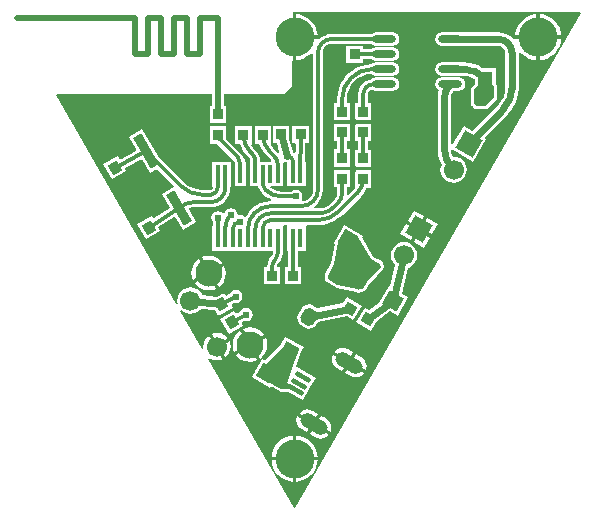
<source format=gtl>
G04*
G04 #@! TF.GenerationSoftware,Altium Limited,Altium Designer,20.2.8 (258)*
G04*
G04 Layer_Physical_Order=1*
G04 Layer_Color=255*
%FSLAX25Y25*%
%MOIN*%
G70*
G04*
G04 #@! TF.SameCoordinates,CDCB3E45-2178-442F-9089-F16855EB5547*
G04*
G04*
G04 #@! TF.FilePolarity,Positive*
G04*
G01*
G75*
%ADD15C,0.01200*%
%ADD16P,0.07071X4X285.0*%
G04:AMPARAMS|DCode=17|XSize=55mil|YSize=50mil|CornerRadius=0mil|HoleSize=0mil|Usage=FLASHONLY|Rotation=150.000|XOffset=0mil|YOffset=0mil|HoleType=Round|Shape=Rectangle|*
%AMROTATEDRECTD17*
4,1,4,0.03632,0.00790,0.01132,-0.03540,-0.03632,-0.00790,-0.01132,0.03540,0.03632,0.00790,0.0*
%
%ADD17ROTATEDRECTD17*%

G04:AMPARAMS|DCode=18|XSize=38mil|YSize=35mil|CornerRadius=0mil|HoleSize=0mil|Usage=FLASHONLY|Rotation=150.000|XOffset=0mil|YOffset=0mil|HoleType=Round|Shape=Rectangle|*
%AMROTATEDRECTD18*
4,1,4,0.02520,0.00566,0.00771,-0.02466,-0.02520,-0.00566,-0.00771,0.02466,0.02520,0.00566,0.0*
%
%ADD18ROTATEDRECTD18*%

G04:AMPARAMS|DCode=19|XSize=118.11mil|YSize=31.5mil|CornerRadius=0mil|HoleSize=0mil|Usage=FLASHONLY|Rotation=300.000|XOffset=0mil|YOffset=0mil|HoleType=Round|Shape=Rectangle|*
%AMROTATEDRECTD19*
4,1,4,-0.04317,0.04327,-0.01589,0.05902,0.04317,-0.04327,0.01589,-0.05902,-0.04317,0.04327,0.0*
%
%ADD19ROTATEDRECTD19*%

G04:AMPARAMS|DCode=20|XSize=38mil|YSize=35mil|CornerRadius=0mil|HoleSize=0mil|Usage=FLASHONLY|Rotation=300.000|XOffset=0mil|YOffset=0mil|HoleType=Round|Shape=Rectangle|*
%AMROTATEDRECTD20*
4,1,4,-0.02466,0.00771,0.00566,0.02520,0.02466,-0.00771,-0.00566,-0.02520,-0.02466,0.00771,0.0*
%
%ADD20ROTATEDRECTD20*%

%ADD21C,0.02000*%
G04:AMPARAMS|DCode=22|XSize=55mil|YSize=50mil|CornerRadius=0mil|HoleSize=0mil|Usage=FLASHONLY|Rotation=150.000|XOffset=0mil|YOffset=0mil|HoleType=Round|Shape=Octagon|*
%AMOCTAGOND22*
4,1,8,-0.01757,0.02458,-0.03007,0.00293,-0.02549,-0.01415,0.00049,-0.02915,0.01757,-0.02458,0.03007,-0.00293,0.02549,0.01415,-0.00049,0.02915,-0.01757,0.02458,0.0*
%
%ADD22OCTAGOND22*%

G04:AMPARAMS|DCode=23|XSize=55mil|YSize=50mil|CornerRadius=0mil|HoleSize=0mil|Usage=FLASHONLY|Rotation=60.000|XOffset=0mil|YOffset=0mil|HoleType=Round|Shape=Rectangle|*
%AMROTATEDRECTD23*
4,1,4,0.00790,-0.03632,-0.03540,-0.01132,-0.00790,0.03632,0.03540,0.01132,0.00790,-0.03632,0.0*
%
%ADD23ROTATEDRECTD23*%

G04:AMPARAMS|DCode=24|XSize=55mil|YSize=50mil|CornerRadius=0mil|HoleSize=0mil|Usage=FLASHONLY|Rotation=60.000|XOffset=0mil|YOffset=0mil|HoleType=Round|Shape=Octagon|*
%AMOCTAGOND24*
4,1,8,0.02458,0.01757,0.00293,0.03007,-0.01415,0.02549,-0.02915,-0.00049,-0.02458,-0.01757,-0.00293,-0.03007,0.01415,-0.02549,0.02915,0.00049,0.02458,0.01757,0.0*
%
%ADD24OCTAGOND24*%

G04:AMPARAMS|DCode=25|XSize=39.37mil|YSize=66.93mil|CornerRadius=0mil|HoleSize=0mil|Usage=FLASHONLY|Rotation=150.000|XOffset=0mil|YOffset=0mil|HoleType=Round|Shape=Rectangle|*
%AMROTATEDRECTD25*
4,1,4,0.03378,0.01914,0.00032,-0.03882,-0.03378,-0.01914,-0.00032,0.03882,0.03378,0.01914,0.0*
%
%ADD25ROTATEDRECTD25*%

G04:AMPARAMS|DCode=26|XSize=15.5mil|YSize=55.12mil|CornerRadius=0mil|HoleSize=0mil|Usage=FLASHONLY|Rotation=240.000|XOffset=0mil|YOffset=0mil|HoleType=Round|Shape=Rectangle|*
%AMROTATEDRECTD26*
4,1,4,-0.01999,0.02049,0.02774,-0.00707,0.01999,-0.02049,-0.02774,0.00707,-0.01999,0.02049,0.0*
%
%ADD26ROTATEDRECTD26*%

%ADD27O,0.08000X0.02400*%
%ADD28R,0.05000X0.05000*%
%ADD29R,0.03500X0.03800*%
%ADD30R,0.03800X0.03500*%
%ADD31R,0.01713X0.06102*%
%ADD56C,0.02400*%
%ADD57C,0.01968*%
%ADD58C,0.06693*%
%ADD59C,0.09055*%
%ADD60C,0.13000*%
%ADD61P,0.09465X4X375.0*%
G04:AMPARAMS|DCode=62|XSize=98.43mil|YSize=47.24mil|CornerRadius=0mil|HoleSize=0mil|Usage=FLASHONLY|Rotation=150.000|XOffset=0mil|YOffset=0mil|HoleType=Round|Shape=Round|*
%AMOVALD62*
21,1,0.05118,0.04724,0.00000,0.00000,150.0*
1,1,0.04724,0.02216,-0.01280*
1,1,0.04724,-0.02216,0.01280*
%
%ADD62OVALD62*%

%ADD63C,0.02400*%
G36*
X95100Y168846D02*
X95350Y168413D01*
X250Y3696D01*
X-250D01*
X-28943Y53394D01*
X-28560Y53730D01*
X-28126Y53397D01*
X-27020Y52938D01*
X-25833Y52782D01*
X-24646Y52938D01*
X-24099Y53165D01*
X-26352Y57068D01*
X-28606Y60971D01*
X-29075Y60611D01*
X-29804Y59661D01*
X-30262Y58555D01*
X-30419Y57368D01*
X-30347Y56825D01*
X-30830Y56661D01*
X-38063Y69189D01*
X-37679Y69525D01*
X-36883Y68914D01*
X-35826Y68476D01*
X-34691Y68327D01*
X-33557Y68476D01*
X-32499Y68914D01*
X-31591Y69611D01*
X-31263Y70038D01*
X-26461Y69459D01*
X-25382Y67589D01*
X-20618Y70339D01*
X-21011Y71019D01*
X-20871Y71499D01*
X-20162Y71869D01*
X-19600Y71757D01*
X-18742Y71928D01*
X-18014Y72414D01*
X-17528Y73142D01*
X-17357Y74000D01*
X-17528Y74858D01*
X-18014Y75586D01*
X-18742Y76072D01*
X-19600Y76243D01*
X-20458Y76072D01*
X-21186Y75586D01*
X-21672Y74858D01*
X-21694Y74749D01*
X-22825Y74161D01*
X-23518Y75362D01*
X-26011Y73923D01*
X-30724Y74492D01*
X-30895Y74903D01*
X-31591Y75811D01*
X-32499Y76508D01*
X-33557Y76945D01*
X-34691Y77095D01*
X-35826Y76945D01*
X-36883Y76508D01*
X-37791Y75811D01*
X-38488Y74903D01*
X-38926Y73845D01*
X-39075Y72711D01*
X-38944Y71716D01*
X-39427Y71552D01*
X-79561Y141067D01*
X-79311Y141500D01*
X-27574D01*
X-27574Y137706D01*
X-28300D01*
Y131906D01*
X-22801D01*
Y137706D01*
X-23527D01*
X-23527Y141500D01*
X-3500D01*
X-1000Y144000D01*
Y152489D01*
X-630Y152825D01*
X-600Y152822D01*
Y160500D01*
Y168542D01*
X-695Y168664D01*
X-625Y168846D01*
X95100Y168846D01*
D02*
G37*
%LPC*%
G36*
X81800Y168178D02*
Y161100D01*
X88878D01*
X88789Y162010D01*
X88348Y163461D01*
X87633Y164799D01*
X86671Y165971D01*
X85499Y166933D01*
X84161Y167648D01*
X82709Y168089D01*
X81800Y168178D01*
D02*
G37*
G36*
X80600D02*
X79690Y168089D01*
X78239Y167648D01*
X76901Y166933D01*
X75729Y165971D01*
X74767Y164799D01*
X74052Y163461D01*
X73611Y162010D01*
X73522Y161100D01*
X80600D01*
Y168178D01*
D02*
G37*
G36*
X600D02*
Y161100D01*
X7678D01*
X7589Y162010D01*
X7148Y163461D01*
X6433Y164799D01*
X5471Y165971D01*
X4299Y166933D01*
X2961Y167648D01*
X1510Y168089D01*
X600Y168178D01*
D02*
G37*
G36*
X32728Y162096D02*
X27128D01*
X26270Y161926D01*
X25680Y161531D01*
X12400D01*
X12387Y161529D01*
X11185Y161410D01*
X10016Y161056D01*
X8939Y160480D01*
X8176Y159854D01*
X8090Y159900D01*
X600D01*
Y152822D01*
X1510Y152911D01*
X2961Y153352D01*
X4299Y154067D01*
X5471Y155029D01*
X5669Y155270D01*
X6169Y155091D01*
Y109700D01*
X6177Y109656D01*
X6051Y108695D01*
X5663Y107758D01*
X5046Y106954D01*
X4242Y106337D01*
X3305Y105949D01*
X2617Y105859D01*
X2327Y106325D01*
X2472Y106542D01*
X2643Y107400D01*
X2472Y108258D01*
X1986Y108986D01*
X1258Y109472D01*
X400Y109643D01*
X-458Y109472D01*
X-1118Y109031D01*
X-4247D01*
X-4285Y109024D01*
X-5463Y109140D01*
X-6633Y109494D01*
X-7710Y110070D01*
X-8039Y110340D01*
X-7871Y110811D01*
X-3690D01*
Y118611D01*
X-3596Y118719D01*
X-3411Y118833D01*
X-3190Y118914D01*
X-2943Y118865D01*
X-2635Y118769D01*
X-2403Y118318D01*
Y110811D01*
X3806D01*
Y118914D01*
X3806D01*
X3597Y119123D01*
X3620Y125200D01*
X4750D01*
Y131000D01*
X-750D01*
Y125200D01*
X3D01*
X356Y124846D01*
X347Y122373D01*
X-154Y122061D01*
X-411Y122186D01*
X-1750Y126711D01*
Y131000D01*
X-7250D01*
Y125200D01*
X-5981D01*
X-5077Y122144D01*
X-5528Y121905D01*
X-5630Y122029D01*
X-5646Y122054D01*
X-7095Y123502D01*
X-7128Y123524D01*
X-7879Y124440D01*
X-8002Y124670D01*
X-7801Y125006D01*
X-7801D01*
Y130806D01*
X-13300D01*
Y125006D01*
X-11697D01*
X-11473Y124268D01*
X-10594Y122625D01*
X-9413Y121185D01*
X-9402Y121195D01*
X-7954Y119746D01*
X-7943Y119739D01*
X-7693Y119414D01*
X-7940Y118914D01*
X-10908D01*
X-11403Y118925D01*
X-11593Y120367D01*
X-12149Y121711D01*
X-12740Y122480D01*
X-13035Y122865D01*
X-13047Y122854D01*
X-13524Y123331D01*
X-13843Y123700D01*
X-14339Y124305D01*
X-14519Y124641D01*
X-14300Y125006D01*
X-14300D01*
Y130806D01*
X-19801D01*
Y125006D01*
X-18207D01*
X-17955Y124176D01*
X-17055Y122491D01*
X-15843Y121013D01*
X-15832Y121025D01*
X-15832Y121024D01*
X-15353Y120546D01*
X-15298Y120509D01*
X-14832Y119812D01*
X-14753Y119414D01*
X-14907Y118914D01*
X-14907D01*
Y110811D01*
X-12091D01*
X-12040Y110419D01*
X-11622Y109410D01*
X-10957Y108543D01*
X-10964Y108536D01*
X-9524Y107355D01*
X-7882Y106477D01*
X-7704Y106423D01*
X-7706Y105901D01*
X-7900Y105845D01*
Y105845D01*
X-9713Y105666D01*
X-11456Y105138D01*
X-13062Y104279D01*
X-14470Y103123D01*
X-15626Y101715D01*
X-16153Y100728D01*
X-16748Y100676D01*
X-17342Y101072D01*
X-18200Y101243D01*
X-18867Y101110D01*
X-18957Y101200D01*
X-19128Y102058D01*
X-19614Y102786D01*
X-20342Y103272D01*
X-21200Y103443D01*
X-22058Y103272D01*
X-22786Y102786D01*
X-23272Y102058D01*
X-23308Y101879D01*
X-23839Y101774D01*
X-23914Y101886D01*
X-24642Y102372D01*
X-25500Y102543D01*
X-26358Y102372D01*
X-27086Y101886D01*
X-27572Y101158D01*
X-27743Y100300D01*
X-27572Y99442D01*
X-27178Y98851D01*
Y97457D01*
X-27403D01*
Y89355D01*
X-22403D01*
Y89355D01*
X-7178D01*
Y88419D01*
X-7179D01*
X-7228Y88168D01*
X-7466Y87766D01*
X-7466Y87766D01*
X-8379Y86576D01*
X-8953Y85190D01*
X-9123Y83900D01*
X-10250D01*
Y78100D01*
X-4750D01*
Y83900D01*
X-5465D01*
X-5782Y84286D01*
X-5708Y84658D01*
X-5436Y85065D01*
X-5143Y85443D01*
X-5143Y85443D01*
X-4474Y86315D01*
X-4054Y87330D01*
X-3911Y88419D01*
X-3915D01*
Y89355D01*
X-3690D01*
Y97457D01*
X-3477Y97869D01*
X-2616D01*
X-2403Y97457D01*
X-2403Y97369D01*
Y89355D01*
X-2178D01*
Y83900D01*
X-3250D01*
Y78100D01*
X2250D01*
Y83900D01*
X1085D01*
Y89355D01*
X3806D01*
Y97369D01*
X3806Y97457D01*
X4019Y97869D01*
X7758D01*
Y97864D01*
X9578Y98007D01*
X11354Y98434D01*
X13040Y99132D01*
X14597Y100086D01*
X15986Y101272D01*
X15982Y101275D01*
X22085Y107378D01*
X22091Y107372D01*
X23116Y108621D01*
X23877Y110046D01*
X23954Y110300D01*
X25615D01*
Y116100D01*
X20115D01*
Y110300D01*
X20115Y110300D01*
X20115D01*
X19944Y109862D01*
X19840Y109726D01*
X19778Y109685D01*
X17931Y107838D01*
X17451Y108065D01*
X17494Y108505D01*
X17496Y108515D01*
Y110399D01*
X18615D01*
Y116200D01*
X13115D01*
Y110399D01*
X14234D01*
Y108515D01*
X14238Y108492D01*
X14137Y107724D01*
X13832Y106987D01*
X13639Y106736D01*
X13341Y106359D01*
X12118Y105136D01*
X12097Y105105D01*
X11191Y104362D01*
X10123Y103791D01*
X9371Y103563D01*
X8902Y103487D01*
X8824Y103455D01*
X8345Y103431D01*
X6642D01*
X6463Y103931D01*
X7345Y104655D01*
X8232Y105736D01*
X8891Y106970D01*
X9297Y108308D01*
X9434Y109700D01*
X9431D01*
Y155300D01*
X9427Y155321D01*
X9526Y156070D01*
X9823Y156788D01*
X10296Y157404D01*
X10912Y157877D01*
X11630Y158174D01*
X12379Y158273D01*
X12400Y158269D01*
X25541D01*
X25542Y158267D01*
X26270Y157781D01*
X27128Y157610D01*
X32728D01*
X33586Y157781D01*
X34314Y158267D01*
X34800Y158995D01*
X34971Y159853D01*
X34800Y160712D01*
X34314Y161439D01*
X33586Y161926D01*
X32728Y162096D01*
D02*
G37*
G36*
X88878Y159900D02*
X81800D01*
Y152822D01*
X82709Y152911D01*
X84161Y153352D01*
X85499Y154067D01*
X86671Y155029D01*
X87633Y156201D01*
X88348Y157539D01*
X88789Y158991D01*
X88878Y159900D01*
D02*
G37*
G36*
X67847Y162096D02*
X49128D01*
X48270Y161926D01*
X47542Y161439D01*
X47056Y160712D01*
X46885Y159853D01*
X47056Y158995D01*
X47542Y158267D01*
X48270Y157781D01*
X49128Y157610D01*
X67847D01*
X67948Y157630D01*
X68784Y157464D01*
X69579Y156933D01*
X70111Y156138D01*
X70277Y155301D01*
X70257Y155200D01*
Y143642D01*
X70277Y143539D01*
X70138Y142123D01*
X69695Y140662D01*
X68975Y139316D01*
X68072Y138215D01*
X67985Y138157D01*
X59171Y129343D01*
X56409Y130937D01*
X52643Y124415D01*
X52143Y124548D01*
Y139957D01*
X52123Y140058D01*
X52270Y141177D01*
X52741Y142314D01*
X52968Y142610D01*
X54728D01*
X55586Y142781D01*
X56314Y143267D01*
X56800Y143995D01*
X56971Y144853D01*
X56800Y145712D01*
X56314Y146439D01*
X55586Y146926D01*
X54728Y147096D01*
X49128D01*
X48270Y146926D01*
X47542Y146439D01*
X47056Y145712D01*
X46885Y144853D01*
X47056Y143995D01*
X47542Y143267D01*
X48167Y142850D01*
X47832Y141746D01*
X47656Y139957D01*
X47657D01*
Y123582D01*
X47666Y123537D01*
X47813Y121668D01*
X48261Y119800D01*
X48995Y118029D01*
X48765Y117474D01*
X48616Y116340D01*
X48765Y115205D01*
X49203Y114148D01*
X49900Y113240D01*
X50808Y112543D01*
X51865Y112105D01*
X53000Y111956D01*
X54135Y112105D01*
X55192Y112543D01*
X56100Y113240D01*
X56797Y114148D01*
X57235Y115205D01*
X57384Y116340D01*
X57235Y117474D01*
X56797Y118532D01*
X56100Y119440D01*
X55192Y120136D01*
X54135Y120574D01*
X53000Y120724D01*
X52681Y120682D01*
X52262Y122063D01*
X52187Y122824D01*
X52607Y123095D01*
X59591Y119063D01*
X63937Y126591D01*
X63549Y126815D01*
X63483Y127311D01*
X71157Y134985D01*
X71183Y135023D01*
X72400Y136449D01*
X73404Y138086D01*
X74139Y139860D01*
X74587Y141728D01*
X74734Y143597D01*
X74743Y143642D01*
Y155200D01*
X74723Y155299D01*
X74705Y155489D01*
X75187Y155689D01*
X75729Y155029D01*
X76901Y154067D01*
X78239Y153352D01*
X79690Y152911D01*
X80600Y152822D01*
Y159900D01*
X73522D01*
X73524Y159873D01*
X73042Y159673D01*
X72716Y160069D01*
X71673Y160926D01*
X70482Y161562D01*
X69190Y161954D01*
X67946Y162077D01*
X67847Y162096D01*
D02*
G37*
G36*
X22925Y157552D02*
X17125D01*
Y152052D01*
X22925D01*
Y153222D01*
X25610D01*
X26270Y152781D01*
X27128Y152610D01*
X32728D01*
X33586Y152781D01*
X34314Y153267D01*
X34800Y153995D01*
X34971Y154853D01*
X34800Y155712D01*
X34314Y156439D01*
X33586Y156926D01*
X32728Y157096D01*
X27128D01*
X26270Y156926D01*
X25610Y156485D01*
X22925D01*
Y157552D01*
D02*
G37*
G36*
X32728Y152096D02*
X27128D01*
X26270Y151926D01*
X25583Y151467D01*
X24045Y151346D01*
X22269Y150920D01*
X20582Y150221D01*
X19026Y149267D01*
X17637Y148081D01*
X16451Y146693D01*
X15497Y145136D01*
X14799Y143449D01*
X14372Y141674D01*
X14229Y139853D01*
X14234D01*
Y138600D01*
X13115D01*
Y132799D01*
X18615D01*
Y138600D01*
X17496D01*
Y139853D01*
X17482Y139926D01*
X17636Y141490D01*
X18113Y143064D01*
X18889Y144515D01*
X19932Y145786D01*
X21204Y146830D01*
X22654Y147605D01*
X24228Y148082D01*
X25614Y148219D01*
X26270Y147781D01*
X27128Y147610D01*
X32728D01*
X33586Y147781D01*
X34314Y148267D01*
X34800Y148995D01*
X34971Y149853D01*
X34800Y150712D01*
X34314Y151439D01*
X33586Y151926D01*
X32728Y152096D01*
D02*
G37*
G36*
Y147096D02*
X27128D01*
X26270Y146926D01*
X25542Y146439D01*
X25496Y146371D01*
X25039Y146311D01*
X23692Y145753D01*
X22535Y144865D01*
X22542Y144859D01*
X21828Y143929D01*
X21380Y142846D01*
X21227Y141684D01*
X21234D01*
Y138600D01*
X20115D01*
Y132799D01*
X25615D01*
Y138600D01*
X24496D01*
Y141684D01*
X24494Y141696D01*
X24585Y142153D01*
X24843Y142540D01*
X24854Y142546D01*
X24891Y142602D01*
X25592Y143070D01*
X25780Y143108D01*
X26270Y142781D01*
X27128Y142610D01*
X32728D01*
X33586Y142781D01*
X34314Y143267D01*
X34800Y143995D01*
X34971Y144853D01*
X34800Y145712D01*
X34314Y146439D01*
X33586Y146926D01*
X32728Y147096D01*
D02*
G37*
G36*
X56225Y152096D02*
X49128D01*
X48270Y151926D01*
X47542Y151439D01*
X47056Y150712D01*
X46885Y149853D01*
X47056Y148995D01*
X47542Y148267D01*
X48270Y147781D01*
X49128Y147610D01*
X56225D01*
X56327Y147631D01*
X57744Y147491D01*
X59205Y147048D01*
X59990Y146628D01*
Y144832D01*
X59079Y143921D01*
X58858Y143590D01*
X58780Y143200D01*
Y139018D01*
X58757Y138900D01*
X58780Y138782D01*
Y138400D01*
X58858Y138010D01*
X59079Y137679D01*
X59353Y137405D01*
X59414Y137314D01*
X59505Y137253D01*
X59979Y136779D01*
X60310Y136558D01*
X60700Y136480D01*
X63600D01*
X63990Y136558D01*
X64321Y136779D01*
X67121Y139579D01*
X67342Y139910D01*
X67420Y140300D01*
Y144200D01*
X67342Y144590D01*
X67121Y144921D01*
X66990Y145052D01*
Y150230D01*
X62641D01*
X61780Y150757D01*
X60006Y151492D01*
X58139Y151940D01*
X56269Y152087D01*
X56225Y152096D01*
D02*
G37*
G36*
X-50723Y129820D02*
X-55183Y127245D01*
X-52769Y123065D01*
X-52906Y122584D01*
X-58339Y119685D01*
X-59018Y120862D01*
X-63782Y118112D01*
X-60882Y113089D01*
X-56118Y115839D01*
X-56527Y116546D01*
X-56389Y117027D01*
X-50957Y119926D01*
X-48277Y115285D01*
X-45908Y116653D01*
X-40203Y110949D01*
X-40268Y110453D01*
X-44183Y108193D01*
X-41484Y103518D01*
X-46747Y100127D01*
X-47234Y100244D01*
X-47618Y100911D01*
X-52382Y98161D01*
X-49482Y93138D01*
X-44718Y95888D01*
X-45419Y97101D01*
X-40155Y100493D01*
X-39669Y100375D01*
X-37277Y96232D01*
X-32817Y98807D01*
X-35341Y103178D01*
X-35180Y103652D01*
X-35023Y103717D01*
X-33750Y103884D01*
X-33672Y103869D01*
X-28000D01*
Y103868D01*
X-26716Y103995D01*
X-25482Y104369D01*
X-24344Y104977D01*
X-23346Y105796D01*
X-22528Y106793D01*
X-21920Y107931D01*
X-21545Y109166D01*
X-21423Y110406D01*
X-21194Y110811D01*
X-21194Y110811D01*
X-21194Y110811D01*
Y118914D01*
X-27403D01*
Y110811D01*
X-27403Y110811D01*
X-27209Y110311D01*
X-27243Y110140D01*
X-27421Y109874D01*
X-27687Y109697D01*
X-28000Y109634D01*
Y109631D01*
X-30805D01*
X-30878Y109617D01*
X-32442Y109771D01*
X-34016Y110248D01*
X-35467Y111024D01*
X-36681Y112021D01*
X-36723Y112083D01*
X-45617Y120977D01*
X-50723Y129820D01*
D02*
G37*
G36*
X18615Y131700D02*
X13115D01*
Y125900D01*
X14234D01*
Y123100D01*
X13115D01*
Y117299D01*
X18615D01*
Y123100D01*
X17496D01*
Y125900D01*
X18615D01*
Y131700D01*
D02*
G37*
G36*
X25615Y131700D02*
X20115D01*
Y125900D01*
X21234D01*
Y123000D01*
X20115D01*
Y117200D01*
X25615D01*
Y123000D01*
X24496D01*
Y125900D01*
X25615D01*
Y131700D01*
D02*
G37*
G36*
X-22801Y130806D02*
X-28300D01*
Y125006D01*
X-25813D01*
X-20154Y119346D01*
X-20127Y119329D01*
X-20124Y119325D01*
X-19907Y118914D01*
X-19907D01*
X-19907Y118914D01*
Y110811D01*
X-16194D01*
Y118914D01*
X-16502D01*
X-16575Y119472D01*
X-17063Y120650D01*
X-17839Y121661D01*
X-17846Y121653D01*
X-22801Y126608D01*
Y130806D01*
D02*
G37*
G36*
X39836Y102711D02*
X37863Y99293D01*
X41280Y97320D01*
X43254Y100737D01*
X39836Y102711D01*
D02*
G37*
G36*
X44293Y100137D02*
X42320Y96720D01*
X45737Y94746D01*
X47711Y98164D01*
X44293Y100137D01*
D02*
G37*
G36*
X37263Y98254D02*
X35289Y94836D01*
X38707Y92863D01*
X40680Y96280D01*
X37263Y98254D01*
D02*
G37*
G36*
X41720Y95680D02*
X39746Y92263D01*
X43164Y90289D01*
X45137Y93707D01*
X41720Y95680D01*
D02*
G37*
G36*
X-28628Y87671D02*
X-30123Y87474D01*
X-30957Y87129D01*
X-28408Y82714D01*
X-23993Y85263D01*
X-24543Y85979D01*
X-25739Y86897D01*
X-27133Y87474D01*
X-28628Y87671D01*
D02*
G37*
G36*
X-31996Y86529D02*
X-32713Y85979D01*
X-33631Y84782D01*
X-34208Y83389D01*
X-34405Y81894D01*
X-34208Y80399D01*
X-33862Y79565D01*
X-29447Y82114D01*
X-31996Y86529D01*
D02*
G37*
G36*
X-23393Y84223D02*
X-27808Y81674D01*
X-25259Y77259D01*
X-24543Y77809D01*
X-23625Y79006D01*
X-23048Y80399D01*
X-22851Y81894D01*
X-23048Y83389D01*
X-23393Y84223D01*
D02*
G37*
G36*
X-28847Y81074D02*
X-33262Y78525D01*
X-32713Y77809D01*
X-31516Y76891D01*
X-30123Y76314D01*
X-28628Y76117D01*
X-27133Y76314D01*
X-26298Y76660D01*
X-28847Y81074D01*
D02*
G37*
G36*
X16619Y97881D02*
X13687Y92804D01*
X13657Y92774D01*
X13643Y92740D01*
X13619Y92712D01*
X13595Y92643D01*
X13119Y91819D01*
X13351Y91685D01*
X12029Y85338D01*
X10088Y81456D01*
X10046Y81301D01*
X9991Y81150D01*
X9993Y81111D01*
X9983Y81072D01*
X10003Y80913D01*
X10011Y80753D01*
X10311Y79553D01*
X10481Y79193D01*
X10775Y78926D01*
X10775Y78926D01*
X13775Y77126D01*
X13931Y77070D01*
X14083Y77004D01*
X20785Y75547D01*
X21136Y75344D01*
X23527Y75985D01*
X25025Y78579D01*
X27440Y80759D01*
X27487Y80822D01*
X27548Y80873D01*
X29515Y83293D01*
X29524Y83311D01*
X29539Y83325D01*
X29617Y83486D01*
X29700Y83645D01*
X29702Y83665D01*
X29711Y83683D01*
X29721Y83863D01*
X29737Y84041D01*
X29732Y84061D01*
X29733Y84081D01*
X29583Y85126D01*
X29559Y85196D01*
X29552Y85269D01*
X29493Y85382D01*
X29451Y85501D01*
X29402Y85556D01*
X29368Y85622D01*
X29271Y85703D01*
X29186Y85798D01*
X29119Y85830D01*
X29063Y85877D01*
X26278Y87398D01*
X22469Y94013D01*
X22681Y94381D01*
X16619Y97881D01*
D02*
G37*
G36*
X17364Y73832D02*
X16214Y71840D01*
X7523Y70147D01*
X5235Y71468D01*
X2844Y70828D01*
X844Y67364D01*
X1484Y64973D01*
X4515Y63223D01*
X6906Y63864D01*
X7942Y65658D01*
X17347Y67490D01*
X19636Y66168D01*
X22387Y70932D01*
X17364Y73832D01*
D02*
G37*
G36*
X36500Y92224D02*
X35365Y92074D01*
X34308Y91636D01*
X33400Y90940D01*
X32703Y90032D01*
X32265Y88974D01*
X32116Y87840D01*
X32265Y86705D01*
X32703Y85648D01*
X33400Y84740D01*
X33441Y84708D01*
X31760Y77708D01*
X31348Y77531D01*
X31348D01*
X28147Y71986D01*
X24785Y69547D01*
X23339Y70382D01*
X20589Y65618D01*
X25612Y62718D01*
X27485Y65963D01*
X31871Y69146D01*
X34343Y67719D01*
X37843Y73781D01*
X35724Y75005D01*
X37807Y83676D01*
X38692Y84043D01*
X39600Y84740D01*
X40297Y85648D01*
X40735Y86705D01*
X40884Y87840D01*
X40735Y88974D01*
X40297Y90032D01*
X39600Y90940D01*
X38692Y91636D01*
X37635Y92074D01*
X36500Y92224D01*
D02*
G37*
G36*
X-16200Y70243D02*
X-17058Y70072D01*
X-17786Y69586D01*
X-18272Y68858D01*
X-18294Y68749D01*
X-19375Y68186D01*
X-20068Y69387D01*
X-24832Y66637D01*
X-21932Y61614D01*
X-17168Y64363D01*
X-17561Y65044D01*
X-17422Y65524D01*
X-16761Y65869D01*
X-16200Y65757D01*
X-15342Y65928D01*
X-14614Y66414D01*
X-14128Y67142D01*
X-13957Y68000D01*
X-14128Y68858D01*
X-14614Y69586D01*
X-15342Y70072D01*
X-16200Y70243D01*
D02*
G37*
G36*
X-14848Y63804D02*
X-16343Y63607D01*
X-17178Y63262D01*
X-14629Y58847D01*
X-10214Y61396D01*
X-10763Y62112D01*
X-11960Y63030D01*
X-13353Y63607D01*
X-14848Y63804D01*
D02*
G37*
G36*
X-25833Y61954D02*
X-27020Y61797D01*
X-27566Y61571D01*
X-25613Y58188D01*
X-22230Y60141D01*
X-22590Y60611D01*
X-23540Y61339D01*
X-24646Y61797D01*
X-25833Y61954D01*
D02*
G37*
G36*
X-18217Y62662D02*
X-18933Y62112D01*
X-19851Y60916D01*
X-20428Y59522D01*
X-20625Y58027D01*
X-20428Y56532D01*
X-20083Y55698D01*
X-15668Y58247D01*
X-18217Y62662D01*
D02*
G37*
G36*
X-21630Y59102D02*
X-25013Y57148D01*
X-23060Y53765D01*
X-22590Y54125D01*
X-21861Y55075D01*
X-21403Y56181D01*
X-21247Y57368D01*
X-21403Y58555D01*
X-21630Y59102D01*
D02*
G37*
G36*
X-9614Y60357D02*
X-14029Y57808D01*
X-11480Y53393D01*
X-10763Y53942D01*
X-9845Y55139D01*
X-9268Y56532D01*
X-9071Y58027D01*
X-9268Y59522D01*
X-9614Y60357D01*
D02*
G37*
G36*
X16030Y56904D02*
X15100Y56782D01*
X14234Y56423D01*
X13490Y55852D01*
X13287Y55588D01*
X18027Y52851D01*
X19523Y55443D01*
X17827Y56423D01*
X16960Y56782D01*
X16030Y56904D01*
D02*
G37*
G36*
X-3031Y60652D02*
X-4724Y57719D01*
X-5021Y57521D01*
X-9817Y52725D01*
X-10781Y53281D01*
X-12858Y49684D01*
X-13021Y49521D01*
X-13242Y49190D01*
X-13294Y48929D01*
X-14281Y47219D01*
X-8219Y43719D01*
X-8014Y44074D01*
X-4880Y42401D01*
X-4832Y42386D01*
X-4790Y42358D01*
X-4643Y42329D01*
X-4499Y42285D01*
X-4449Y42290D01*
X-4400Y42280D01*
X-2236D01*
X2722Y39418D01*
X4497Y42492D01*
X4497D01*
X5272Y43835D01*
X5272Y43835D01*
X7047Y46909D01*
X974Y50415D01*
X542Y50665D01*
X390Y50734D01*
X1011Y52558D01*
X2153Y55632D01*
X3031Y57152D01*
X-3031Y60652D01*
D02*
G37*
G36*
X-15068Y57208D02*
X-19483Y54659D01*
X-18933Y53942D01*
X-17737Y53024D01*
X-16343Y52447D01*
X-14848Y52250D01*
X-13353Y52447D01*
X-12519Y52793D01*
X-15068Y57208D01*
D02*
G37*
G36*
X20562Y54843D02*
X19066Y52251D01*
X23806Y49515D01*
X23933Y49822D01*
X24056Y50752D01*
X23933Y51682D01*
X23574Y52549D01*
X23003Y53293D01*
X22259Y53864D01*
X20562Y54843D01*
D02*
G37*
G36*
X12687Y54549D02*
X12560Y54241D01*
X12437Y53311D01*
X12560Y52381D01*
X12919Y51515D01*
X13490Y50771D01*
X14234Y50200D01*
X15930Y49220D01*
X17427Y51812D01*
X12687Y54549D01*
D02*
G37*
G36*
X18466Y51212D02*
X16970Y48620D01*
X18666Y47641D01*
X19533Y47282D01*
X20463Y47159D01*
X21393Y47282D01*
X22259Y47641D01*
X23003Y48212D01*
X23206Y48476D01*
X18466Y51212D01*
D02*
G37*
G36*
X4219Y36447D02*
X3289Y36325D01*
X2423Y35966D01*
X1679Y35395D01*
X1476Y35131D01*
X6216Y32394D01*
X7712Y34986D01*
X6016Y35966D01*
X5149Y36325D01*
X4219Y36447D01*
D02*
G37*
G36*
X8751Y34386D02*
X7255Y31794D01*
X11995Y29058D01*
X12122Y29365D01*
X12245Y30295D01*
X12122Y31225D01*
X11763Y32091D01*
X11192Y32836D01*
X10448Y33407D01*
X8751Y34386D01*
D02*
G37*
G36*
X876Y34091D02*
X749Y33784D01*
X626Y32854D01*
X749Y31924D01*
X1108Y31058D01*
X1679Y30314D01*
X2423Y29743D01*
X4119Y28763D01*
X5616Y31355D01*
X876Y34091D01*
D02*
G37*
G36*
X6655Y30755D02*
X5159Y28163D01*
X6855Y27183D01*
X7722Y26825D01*
X8652Y26702D01*
X9582Y26825D01*
X10448Y27183D01*
X11192Y27754D01*
X11395Y28018D01*
X6655Y30755D01*
D02*
G37*
G36*
X600Y27678D02*
Y20600D01*
X7678D01*
X7589Y21509D01*
X7148Y22961D01*
X6433Y24299D01*
X5471Y25471D01*
X4299Y26433D01*
X2961Y27148D01*
X1510Y27589D01*
X600Y27678D01*
D02*
G37*
G36*
X-600D02*
X-1510Y27589D01*
X-2961Y27148D01*
X-4299Y26433D01*
X-5471Y25471D01*
X-6433Y24299D01*
X-7148Y22961D01*
X-7589Y21509D01*
X-7678Y20600D01*
X-600D01*
Y27678D01*
D02*
G37*
G36*
X7678Y19400D02*
X600D01*
Y12322D01*
X1510Y12411D01*
X2961Y12852D01*
X4299Y13567D01*
X5471Y14529D01*
X6433Y15701D01*
X7148Y17039D01*
X7589Y18490D01*
X7678Y19400D01*
D02*
G37*
G36*
X-600D02*
X-7678D01*
X-7589Y18490D01*
X-7148Y17039D01*
X-6433Y15701D01*
X-5471Y14529D01*
X-4299Y13567D01*
X-2961Y12852D01*
X-1510Y12411D01*
X-600Y12322D01*
Y19400D01*
D02*
G37*
%LPD*%
G36*
X66400Y144200D02*
Y140300D01*
X63600Y137500D01*
X60700D01*
X59800Y138400D01*
Y143200D01*
X61200Y144600D01*
X62922D01*
X63490Y144487D01*
X64059Y144600D01*
X66000D01*
X66400Y144200D01*
D02*
G37*
G36*
X25537Y86641D02*
X28574Y84982D01*
X28723Y83936D01*
X26757Y81516D01*
X21200Y76500D01*
X14300Y78000D01*
X11300Y79800D01*
X11000Y81000D01*
X13000Y85000D01*
X14500Y92200D01*
X21300Y94000D01*
X25537Y86641D01*
D02*
G37*
G36*
X1347Y56389D02*
X50Y52900D01*
X-2509Y45382D01*
X-2509Y45382D01*
X-1790Y44968D01*
X-1605Y44829D01*
X-1570Y44330D01*
X-2000Y43900D01*
Y43300D01*
X-4400D01*
X-9550Y46050D01*
X-12300Y48800D01*
X-4300Y56800D01*
X1062D01*
X1347Y56389D01*
D02*
G37*
D15*
X-18050Y118208D02*
G03*
X-19000Y120500I-3242J0D01*
G01*
X-25550Y127906D02*
G03*
X-24946Y126446I2065J0D01*
G01*
X-547Y119147D02*
G03*
X-2400Y121000I-1853J0D01*
G01*
X-5547Y117874D02*
G03*
X-6800Y120900I-4279J0D01*
G01*
X-10547Y111502D02*
G03*
X-9800Y109700I2549J0D01*
G01*
D02*
G03*
X-4247Y107400I5553J5553D01*
G01*
X-18200Y99000D02*
G03*
X-20547Y96653I0J-2347D01*
G01*
X20931Y108531D02*
G03*
X22865Y113199I-4668J4668D01*
G01*
X8902Y101800D02*
G03*
X9105Y101817I0J1200D01*
G01*
X14494Y105206D02*
G03*
X15865Y108515I-3309J3309D01*
G01*
X7758Y99500D02*
G03*
X14829Y102429I0J10000D01*
G01*
X9105Y101817D02*
G03*
X13271Y103983I-1347J7683D01*
G01*
X-25500Y100300D02*
G03*
X-25547Y100188I112J-112D01*
G01*
X-21400Y101200D02*
G03*
X-23051Y97215I3985J-3985D01*
G01*
X-7900Y104200D02*
G03*
X-15547Y96553I0J-7647D01*
G01*
X-14199Y121699D02*
G03*
X-14200Y121700I-2776J-2774D01*
G01*
X-13050Y118925D02*
G03*
X-14199Y121699I-3925J0D01*
G01*
X-17051Y127906D02*
G03*
X-14678Y122178I8100J0D01*
G01*
X-10550Y127906D02*
G03*
X-8249Y122349I7859J0D01*
G01*
X-547Y81112D02*
G03*
X-500Y81000I159J0D01*
G01*
X-6300Y86600D02*
G03*
X-5547Y88419I-1819J1819D01*
G01*
X-6300Y86600D02*
G03*
X-7500Y83703I2897J-2897D01*
G01*
X26484Y144853D02*
G03*
X23700Y143700I0J-3937D01*
G01*
D02*
G03*
X22865Y141684I2016J-2016D01*
G01*
X25865Y149853D02*
G03*
X15865Y139853I0J-10000D01*
G01*
X20148Y154853D02*
G03*
X20025Y154802I0J-174D01*
G01*
X12400Y159900D02*
G03*
X7800Y155300I0J-4600D01*
G01*
X2300Y104200D02*
G03*
X7800Y109700I0J5500D01*
G01*
X-7900Y101800D02*
G03*
X-13050Y96649I0J-5150D01*
G01*
X-8100Y99500D02*
G03*
X-10547Y97053I0J-2447D01*
G01*
X-33672Y105500D02*
G03*
X-38500Y103500I0J-6828D01*
G01*
X-28000Y105500D02*
G03*
X-23051Y110450I0J4950D01*
G01*
X-28000Y108000D02*
G03*
X-25547Y110453I0J2453D01*
G01*
X-37876Y110929D02*
G03*
X-30805Y108000I7071J7071D01*
G01*
X-18050Y114863D02*
Y118208D01*
X-24946Y126446D02*
X-19000Y120500D01*
X-547Y114863D02*
Y119147D01*
X-8249Y122349D02*
X-6800Y120900D01*
X-5547Y114863D02*
Y117874D01*
X-4247Y107400D02*
X400D01*
X-10547Y111502D02*
Y114863D01*
X-7900Y104200D02*
X2300D01*
X-21000Y65500D02*
X-16200Y68000D01*
X14829Y102429D02*
X20931Y108531D01*
X15865Y108515D02*
Y113300D01*
X13271Y103983D02*
X14494Y105206D01*
X-7900Y101800D02*
X8902Y101800D01*
X-24450Y71476D02*
X-19600Y74000D01*
X-25547Y93406D02*
Y100188D01*
X-21400Y101200D02*
X-21200D01*
X-23051Y93406D02*
Y97215D01*
X-20547Y93406D02*
Y96653D01*
X-13050Y114863D02*
Y118925D01*
X-14200Y121700D02*
X-14199Y121699D01*
X-14678Y122178D02*
X-14200Y121700D01*
X-547Y81112D02*
Y93406D01*
X-7500Y81000D02*
Y83703D01*
X-5547Y88419D02*
Y93406D01*
X22865Y120099D02*
Y128799D01*
X15865Y120200D02*
Y128799D01*
X26484Y144853D02*
X29928D01*
X22865Y135699D02*
Y141684D01*
X29928Y144800D02*
Y144853D01*
X25865Y149853D02*
X29928D01*
X15865Y135699D02*
Y139853D01*
X20148Y154853D02*
X29928D01*
X7800Y109700D02*
Y155300D01*
X12400Y159900D02*
X29928D01*
X-15547Y93406D02*
Y96553D01*
X29928Y159853D02*
Y159900D01*
X-13050Y93406D02*
Y96649D01*
X-10547Y93406D02*
Y97053D01*
X-8100Y99500D02*
X7758D01*
X1949Y114863D02*
X2000Y128100D01*
X-48550Y97024D02*
X-38500Y103500D01*
X-49500Y122553D02*
X-37876Y110929D01*
X-59950Y116976D02*
X-49500Y122553D01*
X-33672Y105500D02*
X-28000D01*
X-23051Y110450D02*
Y114863D01*
X-30805Y108000D02*
X-28000D01*
X-25547Y110453D02*
Y114863D01*
D16*
X22044Y100257D02*
D03*
X17900Y93100D02*
D03*
X-13644Y41343D02*
D03*
X-9500Y48500D02*
D03*
D17*
X32846Y72625D02*
D03*
D18*
X24476Y66550D02*
D03*
X18500Y70000D02*
D03*
D19*
X-49500Y122553D02*
D03*
X-38500Y103500D02*
D03*
D20*
X-21000Y65500D02*
D03*
X-24450Y71476D02*
D03*
X-56500Y111000D02*
D03*
X-59950Y116976D02*
D03*
X-52000Y103000D02*
D03*
X-48550Y97024D02*
D03*
D21*
X-25550Y143906D02*
D03*
D22*
X21154Y79375D02*
D03*
D23*
X-1875Y55654D02*
D03*
D24*
X4875Y67346D02*
D03*
D25*
X-2724Y36298D02*
D03*
X9526Y57516D02*
D03*
D26*
X5457Y51667D02*
D03*
X357Y42833D02*
D03*
X1632Y45042D02*
D03*
X2907Y47250D02*
D03*
X4182Y49458D02*
D03*
D27*
X51928Y144853D02*
D03*
Y149853D02*
D03*
Y154853D02*
D03*
Y159853D02*
D03*
X29928Y144853D02*
D03*
X29928Y154853D02*
D03*
X29928Y159853D02*
D03*
X29928Y149853D02*
D03*
D28*
X63500Y155000D02*
D03*
X63490Y146730D02*
D03*
D29*
X15865Y120200D02*
D03*
X15865Y113300D02*
D03*
X15865Y128799D02*
D03*
Y135699D02*
D03*
X22865Y120099D02*
D03*
X22865Y113199D02*
D03*
X22865Y128799D02*
D03*
X22865Y135699D02*
D03*
X2000Y135000D02*
D03*
Y128100D02*
D03*
X-4500Y128100D02*
D03*
Y135000D02*
D03*
X-10550Y134806D02*
D03*
Y127906D02*
D03*
X-17051Y134806D02*
D03*
X-17051Y127906D02*
D03*
X-25550Y134806D02*
D03*
Y127906D02*
D03*
X-500Y81000D02*
D03*
X-500Y74100D02*
D03*
X-7500Y81000D02*
D03*
Y74100D02*
D03*
D30*
X13125Y154802D02*
D03*
X20025D02*
D03*
D31*
X-25547Y93406D02*
D03*
X-23051D02*
D03*
X-20547Y93406D02*
D03*
X-18050D02*
D03*
X-15547D02*
D03*
X-13050D02*
D03*
X-10547D02*
D03*
X-8050D02*
D03*
X-5547D02*
D03*
X-3050D02*
D03*
X-547Y93406D02*
D03*
X1949D02*
D03*
Y114863D02*
D03*
X-547D02*
D03*
X-3050Y114863D02*
D03*
X-5547D02*
D03*
X-8050D02*
D03*
X-10547D02*
D03*
X-13050D02*
D03*
X-15547D02*
D03*
X-18050D02*
D03*
X-20547D02*
D03*
X-23051Y114863D02*
D03*
X-25547D02*
D03*
D56*
X63296Y146924D02*
G03*
X56225Y149853I-7071J-7071D01*
G01*
X63146Y154853D02*
G03*
X63500Y155000I0J501D01*
G01*
X51928Y144853D02*
G03*
X49900Y139957I4896J-4896D01*
G01*
Y123582D02*
G03*
X52829Y116511I10000J0D01*
G01*
X69571Y136571D02*
G03*
X72500Y143642I-7071J7071D01*
G01*
Y155200D02*
G03*
X67847Y159853I-4653J0D01*
G01*
X24476Y66550D02*
X32846Y72625D01*
X36500Y87840D01*
X-4500Y128100D02*
X-2400Y121000D01*
X63296Y146924D02*
X63490Y146730D01*
X51928Y149853D02*
X56225D01*
X-34691Y72711D02*
X-24450Y71476D01*
X4875Y67346D02*
X18500Y70000D01*
X51928Y154853D02*
X63146D01*
X49900Y123582D02*
Y139957D01*
X52829Y116511D02*
X53000Y116340D01*
X72500Y143642D02*
Y155200D01*
X58000Y125000D02*
X69571Y136571D01*
X51928Y159853D02*
X67847D01*
D57*
X-25550Y134806D02*
X-25550Y143906D01*
X-92480Y166952D02*
X-53110Y166952D01*
X-25550Y166952D02*
X-25550Y143906D01*
X-31456Y166952D02*
X-25550Y166952D01*
X-31456Y166952D02*
X-31456Y154944D01*
X-35787D02*
X-31456D01*
X-35787D02*
X-35787Y166952D01*
X-40117D02*
X-35787D01*
X-40117D02*
X-40117Y154944D01*
X-44448D02*
X-40117D01*
X-44448D02*
Y166952D01*
X-48779D02*
X-44448D01*
X-48779D02*
X-48779Y154944D01*
X-53110D02*
X-48779D01*
X-53110D02*
Y166952D01*
D58*
X36500Y87840D02*
D03*
X-25833Y57368D02*
D03*
X-34691Y72711D02*
D03*
X53000Y116340D02*
D03*
D59*
X-14848Y58027D02*
D03*
X-28628Y81894D02*
D03*
D60*
X0Y160500D02*
D03*
Y20000D02*
D03*
X81200Y160500D02*
D03*
D61*
X41500Y96500D02*
D03*
X58000Y125000D02*
D03*
D62*
X18247Y52032D02*
D03*
X6435Y31574D02*
D03*
D63*
X-30200Y117500D02*
D03*
X-26300Y122100D02*
D03*
X46400Y88200D02*
D03*
X53800Y102700D02*
D03*
X71800Y132400D02*
D03*
X77200Y141300D02*
D03*
X26400Y124100D02*
D03*
X27200Y116700D02*
D03*
X11900Y111600D02*
D03*
X19400Y116700D02*
D03*
X19500Y124100D02*
D03*
X9000Y104700D02*
D03*
X13100Y143300D02*
D03*
X27700Y140300D02*
D03*
X27100Y132000D02*
D03*
X19400Y132300D02*
D03*
X19700Y142300D02*
D03*
X-2400Y121000D02*
D03*
X58500Y112000D02*
D03*
X65000Y122500D02*
D03*
X-11000Y31500D02*
D03*
X3000Y148000D02*
D03*
X44000Y139000D02*
D03*
X38000D02*
D03*
X80000Y150000D02*
D03*
X70000Y166000D02*
D03*
X60000D02*
D03*
X50000D02*
D03*
X40000D02*
D03*
X30000D02*
D03*
X20000D02*
D03*
X10000D02*
D03*
X-20500Y48000D02*
D03*
X-73000Y134000D02*
D03*
X-69000Y126500D02*
D03*
X-14000Y86000D02*
D03*
X-19000D02*
D03*
X-4000Y77000D02*
D03*
X7500Y91000D02*
D03*
Y94500D02*
D03*
X4200Y109500D02*
D03*
X-18200Y99000D02*
D03*
X400Y107400D02*
D03*
X36900Y123400D02*
D03*
X27000Y107000D02*
D03*
X44000Y144000D02*
D03*
X38000D02*
D03*
X44000Y149000D02*
D03*
X38000D02*
D03*
X44000Y154000D02*
D03*
X38000D02*
D03*
X44000Y159000D02*
D03*
X38000D02*
D03*
X15500Y148000D02*
D03*
X12500D02*
D03*
X-1000Y140000D02*
D03*
X-7500D02*
D03*
X-14000D02*
D03*
X-21000D02*
D03*
X-75000D02*
D03*
X-70000D02*
D03*
X-65000D02*
D03*
X-60000D02*
D03*
X-55000D02*
D03*
X-50000D02*
D03*
X-45000D02*
D03*
X-40000D02*
D03*
X-35000D02*
D03*
X-30000D02*
D03*
X-21200Y131400D02*
D03*
X-47800Y91600D02*
D03*
X-41600Y95000D02*
D03*
X-54700Y131000D02*
D03*
X-33600Y95200D02*
D03*
X-30400Y100600D02*
D03*
X-16400Y108200D02*
D03*
X-19500D02*
D03*
X-46200Y111700D02*
D03*
X-46300Y106300D02*
D03*
X-50700Y114100D02*
D03*
X-52100Y108300D02*
D03*
X-57300Y105300D02*
D03*
X-65000Y120400D02*
D03*
X-58700Y124100D02*
D03*
X-31200Y112000D02*
D03*
X-35400Y116700D02*
D03*
X-40600Y120100D02*
D03*
X-44300Y124500D02*
D03*
X-47900Y129700D02*
D03*
X-16200Y68000D02*
D03*
X24600Y85600D02*
D03*
X61000Y138900D02*
D03*
X63500Y140100D02*
D03*
X27000Y84200D02*
D03*
X22300Y86900D02*
D03*
X17400Y87500D02*
D03*
X16100Y85100D02*
D03*
X14900Y82700D02*
D03*
X13600Y80300D02*
D03*
X-19600Y74000D02*
D03*
X-21200Y101200D02*
D03*
X-25500Y100300D02*
D03*
M02*

</source>
